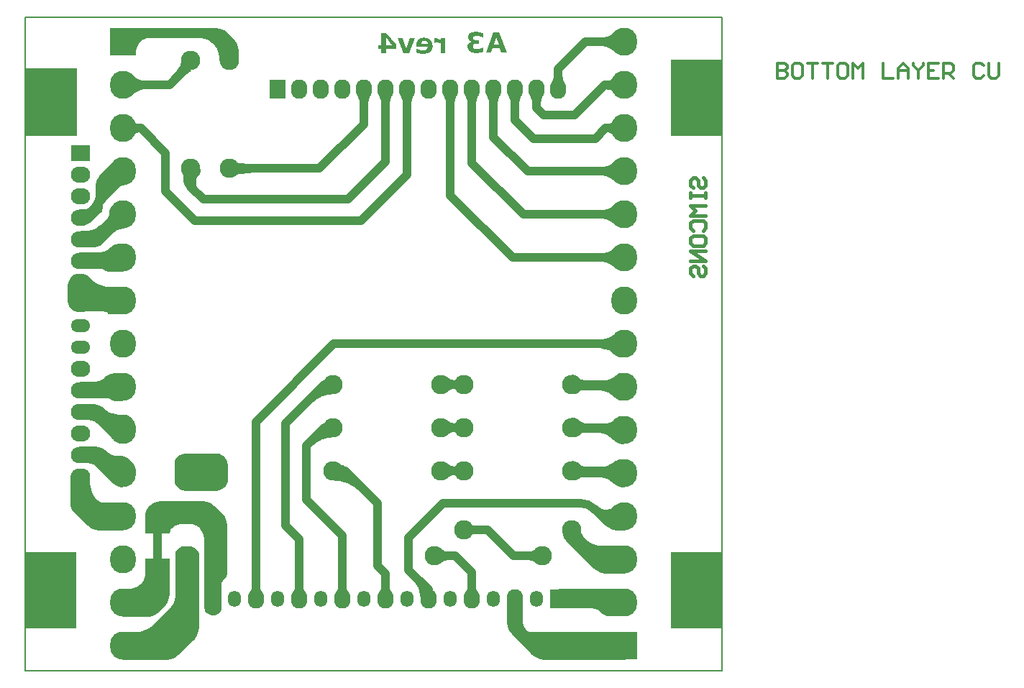
<source format=gbl>
G04 Layer_Physical_Order=2*
G04 Layer_Color=16711680*
%FSLAX25Y25*%
%MOIN*%
G70*
G01*
G75*
%ADD10C,0.04000*%
%ADD11C,0.00800*%
%ADD12C,0.01200*%
%ADD13R,0.23622X0.35433*%
%ADD16C,0.10000*%
%ADD17C,0.06000*%
%ADD18R,0.07500X0.09000*%
%ADD19O,0.07500X0.09000*%
%ADD20R,0.09000X0.07500*%
%ADD21O,0.09000X0.07500*%
%ADD22O,0.09000X0.06000*%
%ADD23O,0.12000X0.13000*%
%ADD24R,0.12000X0.13000*%
%ADD27C,0.15748*%
%ADD28O,0.06000X0.07500*%
%ADD29C,0.09000*%
%ADD30C,0.03000*%
%ADD31C,0.03600*%
%ADD32C,0.01600*%
%ADD33R,0.24032X0.31528*%
%ADD34R,0.23622X0.35433*%
%ADD35R,0.23622X0.35433*%
G36*
X34370Y103546D02*
X36048Y102851D01*
X37558Y101842D01*
X38200Y101200D01*
X38597Y100840D01*
X39488Y100245D01*
X40477Y99835D01*
X41527Y99626D01*
X42063Y99600D01*
X44666D01*
X45972Y99340D01*
X47202Y98831D01*
X48309Y98091D01*
X48780Y97620D01*
X49079Y97321D01*
X49079Y97321D01*
X49583Y96817D01*
X50376Y95631D01*
X50922Y94313D01*
X51200Y92913D01*
Y92200D01*
X46148Y87148D01*
X46148D01*
X45958Y86938D01*
X45642Y86466D01*
X45425Y85941D01*
X45314Y85384D01*
X45300Y85100D01*
X44610D01*
X43258Y85369D01*
X41984Y85897D01*
X40837Y86663D01*
X40349Y87151D01*
X33000Y94500D01*
X33000Y94500D01*
X32528Y94928D01*
X31471Y95634D01*
X30296Y96121D01*
X29049Y96369D01*
X28413Y96400D01*
X25400D01*
X25000Y103900D01*
X32590D01*
X34370Y103546D01*
D02*
G37*
G36*
X278031Y85341D02*
X278033Y85308D01*
X278046Y85242D01*
X278072Y85180D01*
X278109Y85125D01*
X278132Y85100D01*
X278132D01*
X278132Y85100D01*
X278132Y85100D01*
X276695D01*
X275310Y85375D01*
X274005Y85916D01*
X272831Y86701D01*
X272332Y87200D01*
X271686Y87785D01*
X270239Y88752D01*
X268631Y89418D01*
X266925Y89757D01*
X266055Y89800D01*
X257797D01*
X257663Y89793D01*
X257401Y89741D01*
X257153Y89639D01*
X256931Y89490D01*
X256832Y89400D01*
X256570Y89138D01*
X255955Y88727D01*
X255271Y88444D01*
X254546Y88300D01*
X252931D01*
X253331Y97200D01*
X254115D01*
X255104Y97003D01*
X256036Y96617D01*
X256875Y96057D01*
X257231Y95700D01*
X257455Y95498D01*
X257956Y95163D01*
X258512Y94932D01*
X259103Y94815D01*
X259404Y94800D01*
X268044D01*
X268680Y94831D01*
X269928Y95079D01*
X271102Y95566D01*
X272160Y96272D01*
X272632Y96700D01*
X272941Y97009D01*
X273668Y97495D01*
X274475Y97829D01*
X275333Y98000D01*
X278031D01*
Y85341D01*
D02*
G37*
G36*
X90004Y100503D02*
X90936Y100117D01*
X91775Y99557D01*
X92132Y99200D01*
X92536Y98796D01*
X93171Y97845D01*
X93608Y96789D01*
X93831Y95667D01*
Y95096D01*
Y88056D01*
Y87686D01*
X93687Y86960D01*
X93404Y86277D01*
X92993Y85662D01*
X92731Y85400D01*
X92256Y84924D01*
X91137Y84177D01*
X89895Y83662D01*
X88576Y83400D01*
X74156D01*
X73101Y83610D01*
X72107Y84022D01*
X71212Y84620D01*
X70832Y85000D01*
X70427Y85404D01*
X69792Y86355D01*
X69354Y87411D01*
X69131Y88533D01*
Y89104D01*
Y96486D01*
Y96822D01*
X69263Y97482D01*
X69520Y98103D01*
X69894Y98662D01*
X70131Y98900D01*
X70560Y99328D01*
X71566Y100001D01*
X72685Y100464D01*
X73872Y100700D01*
X89015D01*
X90004Y100503D01*
D02*
G37*
G36*
X30100Y90200D02*
Y86742D01*
X30148Y85762D01*
X30531Y83839D01*
X31281Y82028D01*
X32370Y80398D01*
X33029Y79671D01*
X33600Y79100D01*
X33600Y79100D01*
X33873Y78852D01*
X34485Y78443D01*
X35165Y78162D01*
X35888Y78018D01*
X36256Y78000D01*
X45500D01*
Y65000D01*
X34357D01*
X32425Y65384D01*
X30605Y66138D01*
X28967Y67233D01*
X28271Y67929D01*
X22700Y73500D01*
X22700Y73500D01*
X22320Y73880D01*
X21722Y74775D01*
X21310Y75769D01*
X21100Y76825D01*
Y77363D01*
Y90500D01*
X30100Y90200D01*
D02*
G37*
G36*
X278132Y65100D02*
X274289D01*
X272357Y65484D01*
X270537Y66238D01*
X268899Y67333D01*
X268203Y68029D01*
X262931Y73300D01*
X262599Y73633D01*
X262075Y74416D01*
X261715Y75286D01*
X261531Y76209D01*
Y76680D01*
Y77500D01*
X262722D01*
X263646Y77316D01*
X264516Y76956D01*
X265299Y76433D01*
X265632Y76100D01*
X265688Y76043D01*
X265688D01*
X266021Y75741D01*
X266769Y75242D01*
X267600Y74897D01*
X268482Y74722D01*
X268932Y74700D01*
X269476D01*
X269844Y74718D01*
X270566Y74862D01*
X271246Y75143D01*
X271858Y75552D01*
X272131Y75800D01*
X272655Y76323D01*
X273885Y77145D01*
X275252Y77711D01*
X276703Y78000D01*
X277631D01*
X278132Y65100D01*
D02*
G37*
G36*
X33454Y123472D02*
X35008Y122828D01*
X36406Y121894D01*
X37000Y121300D01*
X37000Y121300D01*
X37621Y120738D01*
X39012Y119808D01*
X40558Y119167D01*
X42199Y118841D01*
X43036Y118800D01*
X45747D01*
X46820Y118587D01*
X47830Y118168D01*
X48740Y117560D01*
X49126Y117174D01*
X49500Y116800D01*
X49928Y116372D01*
X50601Y115365D01*
X51064Y114247D01*
X51300Y113060D01*
Y112454D01*
Y111800D01*
Y111491D01*
X51179Y110884D01*
X50943Y110313D01*
X50599Y109799D01*
X50381Y109581D01*
X46300Y105500D01*
X45420D01*
X43694Y105843D01*
X42069Y106517D01*
X40606Y107494D01*
X39984Y108116D01*
X33900Y114200D01*
X33900Y114200D01*
X33354Y114695D01*
X32129Y115513D01*
X30769Y116077D01*
X29325Y116364D01*
X28589Y116400D01*
X25900D01*
X25600Y123800D01*
X31805D01*
X33454Y123472D01*
D02*
G37*
G36*
X278132Y145200D02*
X276380D01*
X275126Y145449D01*
X273946Y145938D01*
X272883Y146648D01*
X272431Y147100D01*
X271836Y147640D01*
X270500Y148532D01*
X269016Y149147D01*
X267441Y149460D01*
X266637Y149500D01*
X265131D01*
Y153600D01*
X266472D01*
X267409Y153646D01*
X269247Y154012D01*
X270978Y154729D01*
X272536Y155770D01*
X273232Y156400D01*
X273612Y156780D01*
X274507Y157378D01*
X275501Y157790D01*
X276556Y158000D01*
X277631D01*
X278132Y145200D01*
D02*
G37*
G36*
X27872Y183703D02*
X28804Y183317D01*
X29643Y182757D01*
X30000Y182400D01*
X31371Y181029D01*
X32098Y180370D01*
X33728Y179281D01*
X35539Y178531D01*
X37462Y178148D01*
X38442Y178100D01*
X45600D01*
Y165441D01*
Y165408D01*
X45587Y165342D01*
X45561Y165280D01*
X45524Y165224D01*
X45500Y165200D01*
Y165200D01*
X39547D01*
X39151Y165279D01*
X38778Y165433D01*
X38443Y165657D01*
X38300Y165800D01*
X38126Y165957D01*
X37737Y166218D01*
X37304Y166397D01*
X36844Y166489D01*
X36610Y166500D01*
X23678D01*
X23018Y166631D01*
X22397Y166889D01*
X21838Y167262D01*
X21600Y167500D01*
X21600Y167500D01*
X21148Y167952D01*
X20438Y169014D01*
X19949Y170195D01*
X19700Y171448D01*
Y172087D01*
Y177930D01*
Y178636D01*
X19975Y180022D01*
X20516Y181326D01*
X21301Y182501D01*
X21800Y183000D01*
X22014Y183214D01*
X22517Y183550D01*
X23076Y183782D01*
X23670Y183900D01*
X26883D01*
X27872Y183703D01*
D02*
G37*
G36*
X277855Y137976D02*
X277893Y137920D01*
X277918Y137858D01*
X277931Y137792D01*
Y137759D01*
Y125200D01*
X276472D01*
X275285Y125436D01*
X274166Y125899D01*
X273160Y126572D01*
X272731Y127000D01*
X272731Y127000D01*
X272460Y127272D01*
X271758Y127908D01*
X270184Y128960D01*
X268435Y129684D01*
X266578Y130053D01*
X265632Y130100D01*
X258280D01*
X258079Y130090D01*
X257685Y130012D01*
X257314Y129858D01*
X256980Y129635D01*
X256832Y129500D01*
X256546Y129215D01*
X255875Y128766D01*
X255130Y128457D01*
X254338Y128300D01*
X253432D01*
X253132Y137200D01*
X253815D01*
X254804Y137003D01*
X255736Y136617D01*
X256575Y136057D01*
X256931Y135700D01*
X257180Y135475D01*
X257736Y135103D01*
X258355Y134847D01*
X259011Y134716D01*
X259346Y134700D01*
X268662D01*
X269364Y134734D01*
X270743Y135009D01*
X272042Y135547D01*
X273210Y136328D01*
X273731Y136800D01*
X274017Y137085D01*
X274688Y137534D01*
X275433Y137843D01*
X276225Y138000D01*
X277832D01*
X277855Y137976D01*
D02*
G37*
G36*
X277731Y105100D02*
X276923D01*
X275337Y105415D01*
X273843Y106034D01*
X272499Y106932D01*
X271927Y107504D01*
X271532Y107900D01*
X270911Y108463D01*
X269520Y109392D01*
X267974Y110032D01*
X266333Y110359D01*
X265496Y110400D01*
X259670D01*
X259235Y110379D01*
X258382Y110209D01*
X257578Y109876D01*
X256854Y109392D01*
X256532Y109100D01*
X256341Y108910D01*
X255894Y108611D01*
X255397Y108405D01*
X254869Y108300D01*
X253132D01*
X253132Y108300D01*
X253108Y108324D01*
X253070Y108380D01*
X253045Y108442D01*
X253031Y108508D01*
Y108541D01*
Y117200D01*
X254646D01*
X255371Y117056D01*
X256055Y116773D01*
X256670Y116362D01*
X256931Y116100D01*
X257254Y115807D01*
X257978Y115324D01*
X258782Y114991D01*
X259635Y114821D01*
X260070Y114800D01*
X269393D01*
X269828Y114821D01*
X270681Y114991D01*
X271485Y115324D01*
X272209Y115807D01*
X272532Y116100D01*
X273007Y116576D01*
X274126Y117323D01*
X275368Y117838D01*
X276687Y118100D01*
X277731D01*
Y105100D01*
D02*
G37*
G36*
X45300Y125100D02*
X41255D01*
X40793Y125192D01*
X40358Y125372D01*
X39966Y125634D01*
X39800Y125800D01*
X39800Y125800D01*
X39651Y125935D01*
X39317Y126158D01*
X38946Y126312D01*
X38552Y126390D01*
X38352Y126400D01*
X25500D01*
X25300Y133900D01*
X32013D01*
X32649Y133931D01*
X33896Y134179D01*
X35071Y134666D01*
X36128Y135372D01*
X36600Y135800D01*
X37123Y136323D01*
X38353Y137145D01*
X39720Y137711D01*
X41172Y138000D01*
X45300D01*
Y125100D01*
D02*
G37*
G36*
X257557Y65079D02*
X257760Y64058D01*
X258159Y63096D01*
X258737Y62231D01*
X259087Y61844D01*
X260231Y60700D01*
X260927Y60070D01*
X262485Y59029D01*
X264216Y58312D01*
X266054Y57946D01*
X266991Y57900D01*
X277432D01*
X277622Y57710D01*
X277921Y57262D01*
X278127Y56765D01*
X278232Y56238D01*
Y55969D01*
Y45100D01*
X268989D01*
X267057Y45484D01*
X265237Y46238D01*
X263599Y47333D01*
X262903Y48029D01*
X251094Y59837D01*
X250556Y60375D01*
X249711Y61641D01*
X249128Y63047D01*
X248832Y64539D01*
Y65300D01*
X257531Y65600D01*
X257557Y65079D01*
D02*
G37*
G36*
X177891Y286236D02*
X175309D01*
X172557Y293337D01*
X174909D01*
X176538Y288419D01*
X178198Y293337D01*
X180596D01*
X177891Y286236D01*
D02*
G37*
G36*
X223236Y286636D02*
X220792D01*
X220116Y288558D01*
X216689D01*
X216028Y286636D01*
X213492D01*
X216981Y296043D01*
X219763D01*
X223236Y286636D01*
D02*
G37*
G36*
X185130Y293537D02*
X185453Y293506D01*
X185760Y293460D01*
X186037Y293399D01*
X186313Y293306D01*
X186544Y293230D01*
X186775Y293137D01*
X186974Y293045D01*
X187143Y292937D01*
X187297Y292845D01*
X187435Y292769D01*
X187543Y292692D01*
X187635Y292615D01*
X187697Y292569D01*
X187727Y292538D01*
X187743Y292523D01*
X187927Y292323D01*
X188096Y292108D01*
X188235Y291877D01*
X188358Y291647D01*
X188465Y291416D01*
X188558Y291185D01*
X188634Y290970D01*
X188680Y290740D01*
X188726Y290540D01*
X188757Y290355D01*
X188788Y290186D01*
X188803Y290033D01*
X188819Y289910D01*
Y289817D01*
Y289756D01*
Y289741D01*
X188803Y289418D01*
X188773Y289110D01*
X188711Y288834D01*
X188650Y288557D01*
X188558Y288311D01*
X188465Y288096D01*
X188358Y287881D01*
X188250Y287712D01*
X188158Y287543D01*
X188050Y287404D01*
X187958Y287281D01*
X187866Y287189D01*
X187804Y287112D01*
X187743Y287051D01*
X187712Y287020D01*
X187697Y287005D01*
X187466Y286836D01*
X187236Y286697D01*
X186974Y286559D01*
X186698Y286451D01*
X186436Y286359D01*
X186160Y286282D01*
X185637Y286175D01*
X185391Y286129D01*
X185161Y286098D01*
X184945Y286083D01*
X184776Y286067D01*
X184623Y286052D01*
X184116D01*
X183839Y286067D01*
X183578Y286098D01*
X183362Y286129D01*
X183178Y286144D01*
X183040Y286175D01*
X182947Y286190D01*
X182917D01*
X182655Y286252D01*
X182410Y286313D01*
X182164Y286390D01*
X181933Y286467D01*
X181733Y286528D01*
X181595Y286590D01*
X181533Y286605D01*
X181487Y286620D01*
X181472Y286636D01*
X181456D01*
Y288465D01*
X181718D01*
X181871Y288357D01*
X182056Y288250D01*
X182240Y288158D01*
X182410Y288065D01*
X182563Y287988D01*
X182686Y287942D01*
X182763Y287912D01*
X182778Y287896D01*
X182794D01*
X183055Y287804D01*
X183301Y287742D01*
X183531Y287696D01*
X183747Y287666D01*
X183931Y287650D01*
X184069Y287635D01*
X184192D01*
X184592Y287650D01*
X184945Y287696D01*
X185238Y287773D01*
X185484Y287850D01*
X185668Y287927D01*
X185806Y288004D01*
X185883Y288050D01*
X185914Y288065D01*
X186114Y288250D01*
X186252Y288450D01*
X186375Y288665D01*
X186452Y288880D01*
X186498Y289064D01*
X186529Y289218D01*
Y289280D01*
X186544Y289326D01*
Y289341D01*
Y289356D01*
X181318D01*
Y290140D01*
X181334Y290448D01*
X181349Y290724D01*
X181395Y290986D01*
X181456Y291231D01*
X181518Y291447D01*
X181595Y291662D01*
X181672Y291846D01*
X181749Y292015D01*
X181841Y292169D01*
X181918Y292292D01*
X181994Y292415D01*
X182056Y292492D01*
X182117Y292569D01*
X182164Y292615D01*
X182179Y292646D01*
X182194Y292661D01*
X182363Y292815D01*
X182563Y292953D01*
X182763Y293076D01*
X182963Y293183D01*
X183178Y293260D01*
X183393Y293337D01*
X183824Y293445D01*
X184023Y293476D01*
X184208Y293506D01*
X184362Y293522D01*
X184515Y293537D01*
X184623Y293552D01*
X184792D01*
X185130Y293537D01*
D02*
G37*
G36*
X171835Y290202D02*
Y288403D01*
X167285D01*
Y286206D01*
X164964D01*
Y288403D01*
X163689D01*
Y290140D01*
X164964D01*
Y295643D01*
X167439D01*
X171835Y290202D01*
D02*
G37*
G36*
X190310Y293337D02*
X190494Y293322D01*
X190663Y293291D01*
X190817Y293245D01*
X190955Y293199D01*
X191063Y293168D01*
X191124Y293153D01*
X191155Y293137D01*
X191370Y293045D01*
X191585Y292922D01*
X191816Y292784D01*
X192016Y292646D01*
X192200Y292507D01*
X192339Y292400D01*
X192431Y292323D01*
X192446Y292307D01*
X192462Y292292D01*
Y293337D01*
X194736D01*
Y286236D01*
X192462D01*
Y290970D01*
X192154Y291062D01*
X192016Y291108D01*
X191893Y291139D01*
X191800Y291155D01*
X191724Y291170D01*
X191678Y291185D01*
X191662D01*
X191370Y291231D01*
X191232Y291247D01*
X191094D01*
X190971Y291262D01*
X190632D01*
X190448Y291247D01*
X190371D01*
X190310Y291231D01*
X190264D01*
X190156Y291216D01*
X190048Y291201D01*
X189971D01*
X189910Y291185D01*
X189833Y291170D01*
X189802Y291155D01*
X189587D01*
Y293322D01*
X189680Y293337D01*
X189864D01*
X189971Y293353D01*
X190141D01*
X190310Y293337D01*
D02*
G37*
G36*
X209296Y296227D02*
X209634Y296212D01*
X209941Y296181D01*
X210203Y296150D01*
X210433Y296104D01*
X210541Y296089D01*
X210617Y296073D01*
X210679Y296058D01*
X210725D01*
X210756Y296043D01*
X210771D01*
X211094Y295966D01*
X211371Y295889D01*
X211601Y295828D01*
X211801Y295766D01*
X211955Y295720D01*
X212078Y295674D01*
X212139Y295658D01*
X212170Y295643D01*
Y293614D01*
X211939D01*
X211693Y293753D01*
X211463Y293860D01*
X211232Y293952D01*
X211032Y294045D01*
X210848Y294106D01*
X210725Y294152D01*
X210633Y294167D01*
X210602Y294183D01*
X210341Y294260D01*
X210095Y294306D01*
X209880Y294352D01*
X209680Y294367D01*
X209526Y294383D01*
X209403Y294398D01*
X209111D01*
X208927Y294383D01*
X208850Y294367D01*
X208788D01*
X208742Y294352D01*
X208727D01*
X208496Y294321D01*
X208389Y294290D01*
X208312Y294260D01*
X208235Y294244D01*
X208189Y294214D01*
X208158Y294198D01*
X208143D01*
X207989Y294121D01*
X207866Y294029D01*
X207805Y293952D01*
X207774Y293937D01*
Y293922D01*
X207682Y293783D01*
X207636Y293630D01*
X207620Y293568D01*
Y293522D01*
Y293491D01*
Y293476D01*
Y293337D01*
X207651Y293230D01*
X207666Y293122D01*
X207697Y293045D01*
X207728Y292969D01*
X207743Y292923D01*
X207774Y292907D01*
Y292892D01*
X207897Y292754D01*
X208035Y292661D01*
X208097Y292615D01*
X208143Y292584D01*
X208174Y292569D01*
X208189D01*
X208404Y292508D01*
X208604Y292461D01*
X208696Y292446D01*
X208773Y292431D01*
X208835D01*
X209127Y292415D01*
X209280D01*
X209419Y292400D01*
X210249D01*
Y290725D01*
X209188D01*
X209081Y290709D01*
X208927D01*
X208773Y290694D01*
X208619D01*
X208496Y290663D01*
X208389Y290648D01*
X208297Y290632D01*
X208235Y290617D01*
X208189Y290602D01*
X208174D01*
X207958Y290510D01*
X207805Y290387D01*
X207743Y290340D01*
X207697Y290294D01*
X207682Y290279D01*
X207666Y290264D01*
X207605Y290171D01*
X207543Y290079D01*
X207497Y289864D01*
X207482Y289772D01*
X207467Y289695D01*
Y289649D01*
Y289633D01*
Y289480D01*
X207497Y289357D01*
X207513Y289234D01*
X207543Y289142D01*
X207574Y289065D01*
X207590Y289019D01*
X207620Y288988D01*
Y288972D01*
X207743Y288819D01*
X207851Y288711D01*
X207943Y288634D01*
X207974Y288604D01*
X207989D01*
X208220Y288465D01*
X208466Y288388D01*
X208558Y288358D01*
X208635Y288342D01*
X208696Y288327D01*
X208712D01*
X209019Y288296D01*
X209157D01*
X209265Y288281D01*
X209511D01*
X209757Y288296D01*
X209987Y288312D01*
X210233Y288358D01*
X210448Y288404D01*
X210633Y288435D01*
X210787Y288481D01*
X210879Y288496D01*
X210894Y288511D01*
X210910D01*
X211186Y288604D01*
X211432Y288711D01*
X211647Y288803D01*
X211832Y288896D01*
X211985Y288972D01*
X212108Y289034D01*
X212170Y289080D01*
X212201Y289095D01*
X212446D01*
Y287020D01*
X212231Y286944D01*
X212016Y286867D01*
X211786Y286790D01*
X211570Y286728D01*
X211386Y286682D01*
X211232Y286652D01*
X211171Y286636D01*
X211125D01*
X211109Y286621D01*
X211094D01*
X210771Y286559D01*
X210418Y286513D01*
X210080Y286483D01*
X209772Y286467D01*
X209495Y286452D01*
X209372Y286436D01*
X209081D01*
X208712Y286452D01*
X208373Y286467D01*
X208081Y286498D01*
X207836Y286544D01*
X207620Y286575D01*
X207467Y286606D01*
X207420Y286621D01*
X207374D01*
X207359Y286636D01*
X207344D01*
X207082Y286728D01*
X206836Y286821D01*
X206637Y286928D01*
X206452Y287020D01*
X206298Y287113D01*
X206191Y287190D01*
X206129Y287236D01*
X206099Y287251D01*
X205914Y287420D01*
X205745Y287574D01*
X205607Y287743D01*
X205499Y287897D01*
X205407Y288035D01*
X205346Y288142D01*
X205315Y288204D01*
X205299Y288235D01*
X205207Y288450D01*
X205146Y288680D01*
X205084Y288880D01*
X205053Y289080D01*
X205038Y289234D01*
X205023Y289372D01*
Y289449D01*
Y289480D01*
Y289695D01*
X205053Y289879D01*
X205084Y290033D01*
X205115Y290171D01*
X205146Y290279D01*
X205176Y290356D01*
X205192Y290402D01*
X205207Y290417D01*
X205361Y290663D01*
X205438Y290771D01*
X205515Y290863D01*
X205592Y290940D01*
X205653Y291001D01*
X205684Y291032D01*
X205699Y291047D01*
X205930Y291216D01*
X206145Y291324D01*
X206237Y291370D01*
X206314Y291401D01*
X206360Y291416D01*
X206375D01*
X206637Y291509D01*
X206744Y291539D01*
X206852Y291555D01*
X206929Y291585D01*
X206990D01*
X207036Y291601D01*
X207052D01*
Y291693D01*
X206760Y291770D01*
X206514Y291893D01*
X206298Y292016D01*
X206099Y292154D01*
X205960Y292277D01*
X205853Y292385D01*
X205776Y292446D01*
X205761Y292477D01*
X205592Y292707D01*
X205469Y292953D01*
X205392Y293184D01*
X205330Y293414D01*
X205299Y293599D01*
X205269Y293737D01*
Y293799D01*
Y293845D01*
Y293860D01*
Y293876D01*
X205284Y294091D01*
X205315Y294290D01*
X205346Y294460D01*
X205392Y294613D01*
X205453Y294736D01*
X205484Y294828D01*
X205515Y294890D01*
X205530Y294905D01*
X205638Y295074D01*
X205761Y295213D01*
X205884Y295351D01*
X206006Y295459D01*
X206114Y295551D01*
X206206Y295612D01*
X206268Y295658D01*
X206298Y295674D01*
X206468Y295766D01*
X206652Y295843D01*
X206836Y295904D01*
X207006Y295966D01*
X207175Y296012D01*
X207297Y296043D01*
X207374Y296073D01*
X207405D01*
X207666Y296135D01*
X207928Y296166D01*
X208189Y296196D01*
X208435Y296227D01*
X208635D01*
X208804Y296242D01*
X208958D01*
X209296Y296227D01*
D02*
G37*
G36*
X84306Y78316D02*
X86126Y77562D01*
X87764Y76468D01*
X88460Y75771D01*
X90703Y73529D01*
X90703Y73529D01*
X91399Y72833D01*
X92493Y71195D01*
X93247Y69375D01*
X93632Y67443D01*
Y66458D01*
Y45697D01*
Y45294D01*
X93474Y44502D01*
X93165Y43756D01*
X92717Y43085D01*
X92431Y42800D01*
X92071Y42403D01*
X91477Y41512D01*
X91067Y40523D01*
X90858Y39473D01*
X90832Y38937D01*
Y28690D01*
Y28455D01*
X90740Y27993D01*
X90560Y27558D01*
X90298Y27166D01*
X90131Y27000D01*
X89992Y26861D01*
X89992D01*
X89740Y26608D01*
X89147Y26212D01*
X88488Y25939D01*
X87788Y25800D01*
X86209D01*
X85550Y25931D01*
X84929Y26189D01*
X84369Y26562D01*
X84131Y26800D01*
X83870Y27062D01*
X83459Y27677D01*
X83176Y28360D01*
X83031Y29086D01*
Y29456D01*
Y60424D01*
X82990Y61270D01*
X82660Y62930D01*
X82012Y64494D01*
X81072Y65901D01*
X80503Y66529D01*
X80431Y66600D01*
X80431Y66600D01*
X80084Y66915D01*
X79305Y67436D01*
X78439Y67794D01*
X77520Y67977D01*
X77052Y68000D01*
X72477D01*
X71875Y67970D01*
X70693Y67735D01*
X69580Y67274D01*
X68578Y66605D01*
X68132Y66200D01*
X68006Y66074D01*
Y66074D01*
X67774Y65843D01*
X67410Y65298D01*
X67159Y64692D01*
X67032Y64050D01*
Y63722D01*
X55632Y63710D01*
Y72096D01*
Y72667D01*
X55854Y73789D01*
X56292Y74845D01*
X56927Y75796D01*
X57332Y76200D01*
X57926Y76794D01*
X59324Y77728D01*
X60877Y78372D01*
X62526Y78700D01*
X82374D01*
X84306Y78316D01*
D02*
G37*
G36*
X77671Y57356D02*
X78355Y57073D01*
X78970Y56661D01*
X79232Y56400D01*
X79588Y56043D01*
X80149Y55204D01*
X80535Y54273D01*
X80731Y53283D01*
Y52779D01*
Y21142D01*
Y20157D01*
X80347Y18225D01*
X79593Y16405D01*
X78499Y14767D01*
X77803Y14071D01*
X71660Y7929D01*
X71660D01*
X70964Y7232D01*
X69326Y6138D01*
X67506Y5384D01*
X65574Y5000D01*
X44831D01*
X41831Y15600D01*
X42044Y15610D01*
X42462Y15694D01*
X42856Y15857D01*
X43210Y16093D01*
X43368Y16236D01*
X45232Y18100D01*
X51989D01*
X52969Y18148D01*
X54892Y18531D01*
X56703Y19281D01*
X58333Y20370D01*
X59060Y21029D01*
X67132Y29100D01*
Y29100D01*
X67694Y29721D01*
X68624Y31112D01*
X69264Y32658D01*
X69590Y34299D01*
X69631Y35135D01*
Y53703D01*
Y54106D01*
X69789Y54898D01*
X70098Y55644D01*
X70546Y56315D01*
X70832Y56600D01*
X71046Y56814D01*
X71549Y57150D01*
X72108Y57382D01*
X72702Y57500D01*
X76946D01*
X77671Y57356D01*
D02*
G37*
G36*
X279104Y37703D02*
X280036Y37317D01*
X280875Y36757D01*
X281231Y36400D01*
X280460Y35629D01*
X279801Y34902D01*
X278712Y33272D01*
X277962Y31461D01*
X277580Y29538D01*
X277532Y28558D01*
Y25200D01*
X270787D01*
X269468Y25462D01*
X268226Y25977D01*
X267107Y26724D01*
X266632Y27200D01*
X266185Y27605D01*
X265183Y28274D01*
X264070Y28735D01*
X262888Y28970D01*
X262286Y29000D01*
X247932D01*
X247431Y37900D01*
X278115D01*
X279104Y37703D01*
D02*
G37*
G36*
X230732Y33400D02*
Y22904D01*
X230759Y22335D01*
X230981Y21219D01*
X231417Y20168D01*
X232049Y19222D01*
X232432Y18800D01*
X232630Y18620D01*
X233075Y18323D01*
X233570Y18118D01*
X234095Y18013D01*
X234363Y18000D01*
X277132D01*
X277393Y17738D01*
X277804Y17123D01*
X278087Y16440D01*
X278232Y15714D01*
Y15344D01*
Y5100D01*
X240489D01*
X238557Y5484D01*
X236737Y6238D01*
X235099Y7333D01*
X234403Y8029D01*
X226160Y16271D01*
X225464Y16967D01*
X224370Y18605D01*
X223616Y20425D01*
X223232Y22357D01*
Y23342D01*
Y33600D01*
X230732Y33400D01*
D02*
G37*
G36*
X67032Y36442D02*
Y35457D01*
X66647Y33525D01*
X65893Y31705D01*
X64799Y30068D01*
X64103Y29371D01*
X64103D01*
X61731Y27000D01*
X61280Y26548D01*
X60217Y25838D01*
X59037Y25349D01*
X57783Y25100D01*
X44831D01*
X45232Y38100D01*
X48179D01*
X48948Y38138D01*
X50458Y38438D01*
X51881Y39027D01*
X53161Y39882D01*
X53732Y40400D01*
X54159Y40872D01*
X54865Y41929D01*
X55352Y43104D01*
X55600Y44351D01*
X55632Y44987D01*
Y51900D01*
X67032D01*
Y36442D01*
D02*
G37*
G36*
X45600Y185100D02*
X38162D01*
X37635Y185205D01*
X37138Y185411D01*
X36690Y185710D01*
X36500Y185900D01*
X36376Y186012D01*
X36098Y186198D01*
X35788Y186327D01*
X35460Y186392D01*
X35293Y186400D01*
X25300D01*
X25100Y193900D01*
X34172D01*
X34841Y193933D01*
X36154Y194194D01*
X37391Y194706D01*
X38504Y195450D01*
X39000Y195900D01*
X39499Y196399D01*
X40674Y197184D01*
X41978Y197724D01*
X43364Y198000D01*
X45600D01*
Y185100D01*
D02*
G37*
G36*
X229918Y266551D02*
X229727Y266207D01*
X229558Y265816D01*
X229412Y265378D01*
X229289Y264893D01*
X229187Y264362D01*
X229109Y263783D01*
X229019Y262485D01*
X229008Y261766D01*
X225008D01*
X224997Y262485D01*
X224907Y263783D01*
X224828Y264362D01*
X224727Y264893D01*
X224604Y265378D01*
X224458Y265816D01*
X224289Y266207D01*
X224098Y266551D01*
X223885Y266848D01*
X230131D01*
X229918Y266551D01*
D02*
G37*
G36*
X239917D02*
X239727Y266207D01*
X239558Y265816D01*
X239412Y265378D01*
X239289Y264893D01*
X239188Y264362D01*
X239109Y263783D01*
X239019Y262485D01*
X239008Y261766D01*
X235008D01*
X234997Y262485D01*
X234907Y263783D01*
X234828Y264362D01*
X234727Y264893D01*
X234604Y265378D01*
X234457Y265816D01*
X234289Y266207D01*
X234098Y266551D01*
X233885Y266848D01*
X240131D01*
X239917Y266551D01*
D02*
G37*
G36*
X219917D02*
X219727Y266207D01*
X219558Y265816D01*
X219412Y265378D01*
X219289Y264893D01*
X219187Y264362D01*
X219109Y263783D01*
X219019Y262485D01*
X219008Y261766D01*
X215008D01*
X214997Y262485D01*
X214907Y263783D01*
X214828Y264362D01*
X214727Y264893D01*
X214603Y265378D01*
X214458Y265816D01*
X214289Y266207D01*
X214098Y266551D01*
X213885Y266848D01*
X220131D01*
X219917Y266551D01*
D02*
G37*
G36*
X199917D02*
X199727Y266207D01*
X199558Y265816D01*
X199412Y265378D01*
X199289Y264893D01*
X199188Y264362D01*
X199109Y263783D01*
X199019Y262485D01*
X199008Y261766D01*
X195008D01*
X194997Y262485D01*
X194907Y263783D01*
X194828Y264362D01*
X194727Y264893D01*
X194604Y265378D01*
X194457Y265816D01*
X194289Y266207D01*
X194098Y266551D01*
X193885Y266848D01*
X200131D01*
X199917Y266551D01*
D02*
G37*
G36*
X209917D02*
X209727Y266207D01*
X209558Y265816D01*
X209412Y265378D01*
X209289Y264893D01*
X209188Y264362D01*
X209109Y263783D01*
X209019Y262485D01*
X209008Y261766D01*
X205008D01*
X204997Y262485D01*
X204907Y263783D01*
X204828Y264362D01*
X204727Y264893D01*
X204604Y265378D01*
X204457Y265816D01*
X204289Y266207D01*
X204098Y266551D01*
X203885Y266848D01*
X210131D01*
X209917Y266551D01*
D02*
G37*
G36*
X49577Y276296D02*
X51697Y274784D01*
X52340Y274415D01*
X52950Y274112D01*
X53529Y273877D01*
X54076Y273709D01*
X54591Y273608D01*
X55074Y273575D01*
Y269575D01*
X54591Y269541D01*
X54076Y269440D01*
X53529Y269272D01*
X52950Y269037D01*
X52340Y268735D01*
X51697Y268365D01*
X51022Y267929D01*
X49577Y266854D01*
X48806Y266215D01*
Y276934D01*
X49577Y276296D01*
D02*
G37*
G36*
X90375Y297616D02*
X92195Y296862D01*
X93832Y295767D01*
X94529Y295071D01*
X94529Y295071D01*
X96300Y293300D01*
X96942Y292658D01*
X97951Y291148D01*
X98646Y289471D01*
X99000Y287690D01*
Y286782D01*
Y282600D01*
X90308D01*
X90242Y282613D01*
X90180Y282639D01*
X90124Y282676D01*
X90100Y282700D01*
X90100Y282700D01*
Y283458D01*
X90052Y284438D01*
X89669Y286361D01*
X88919Y288172D01*
X87830Y289802D01*
X87171Y290529D01*
X87171Y290529D01*
X86483Y291152D01*
X84941Y292183D01*
X83227Y292893D01*
X81409Y293254D01*
X80481Y293300D01*
X56880D01*
X56411Y293277D01*
X55492Y293094D01*
X54627Y292736D01*
X53848Y292215D01*
X53500Y291900D01*
X53005Y291354D01*
X52187Y290129D01*
X51623Y288769D01*
X51336Y287325D01*
X51300Y286589D01*
Y285500D01*
X48000D01*
X45000Y298000D01*
X88443D01*
X90375Y297616D01*
D02*
G37*
G36*
X274028Y286215D02*
X273258Y286854D01*
X271138Y288365D01*
X270495Y288735D01*
X269884Y289037D01*
X269305Y289272D01*
X268759Y289440D01*
X268244Y289541D01*
X267761Y289575D01*
Y293575D01*
X268244Y293608D01*
X268759Y293709D01*
X269305Y293877D01*
X269884Y294112D01*
X270495Y294415D01*
X271138Y294784D01*
X271812Y295221D01*
X273258Y296296D01*
X274028Y296934D01*
Y286215D01*
D02*
G37*
G36*
X249019Y276885D02*
X249109Y275587D01*
X249187Y275008D01*
X249289Y274477D01*
X249412Y273992D01*
X249558Y273554D01*
X249727Y273163D01*
X249918Y272819D01*
X250131Y272522D01*
X243885D01*
X244098Y272819D01*
X244289Y273163D01*
X244458Y273554D01*
X244603Y273992D01*
X244727Y274477D01*
X244828Y275008D01*
X244907Y275587D01*
X244997Y276885D01*
X245008Y277605D01*
X249008D01*
X249019Y276885D01*
D02*
G37*
G36*
X273081Y267116D02*
X273036Y267583D01*
X272901Y268001D01*
X272676Y268370D01*
X272360Y268690D01*
X271955Y268960D01*
X271459Y269181D01*
X270873Y269354D01*
X270197Y269477D01*
X269431Y269550D01*
X268575Y269575D01*
Y273575D01*
X269431Y273599D01*
X270197Y273673D01*
X270873Y273796D01*
X271459Y273968D01*
X271955Y274189D01*
X272360Y274460D01*
X272676Y274780D01*
X272901Y275148D01*
X273036Y275566D01*
X273081Y276034D01*
Y267116D01*
D02*
G37*
G36*
X77113Y278387D02*
X76915Y278307D01*
X76590Y278087D01*
X76137Y277728D01*
X74849Y276590D01*
X69404Y271300D01*
X66584Y274137D01*
X67699Y275279D01*
X70316Y278305D01*
X70946Y279181D01*
X71456Y279990D01*
X71844Y280733D01*
X72111Y281410D01*
X72257Y282019D01*
X72282Y282563D01*
X77113Y278387D01*
D02*
G37*
G36*
X179918Y266551D02*
X179727Y266207D01*
X179558Y265816D01*
X179412Y265378D01*
X179289Y264893D01*
X179188Y264362D01*
X179109Y263783D01*
X179019Y262485D01*
X179008Y261766D01*
X175008D01*
X174997Y262485D01*
X174907Y263783D01*
X174828Y264362D01*
X174727Y264893D01*
X174603Y265378D01*
X174458Y265816D01*
X174289Y266207D01*
X174098Y266551D01*
X173885Y266848D01*
X180131D01*
X179918Y266551D01*
D02*
G37*
G36*
X274028Y226215D02*
X273258Y226854D01*
X271138Y228365D01*
X270495Y228735D01*
X269884Y229037D01*
X269305Y229273D01*
X268759Y229440D01*
X268244Y229541D01*
X267761Y229575D01*
Y233575D01*
X268244Y233608D01*
X268759Y233709D01*
X269305Y233877D01*
X269884Y234112D01*
X270495Y234415D01*
X271138Y234784D01*
X271812Y235221D01*
X273258Y236296D01*
X274028Y236934D01*
Y226215D01*
D02*
G37*
G36*
Y186215D02*
X273258Y186854D01*
X271138Y188365D01*
X270495Y188735D01*
X269884Y189037D01*
X269305Y189272D01*
X268759Y189440D01*
X268244Y189541D01*
X267761Y189575D01*
Y193575D01*
X268244Y193608D01*
X268759Y193709D01*
X269305Y193877D01*
X269884Y194112D01*
X270495Y194415D01*
X271138Y194784D01*
X271812Y195221D01*
X273258Y196296D01*
X274028Y196934D01*
Y186215D01*
D02*
G37*
G36*
X45200Y207273D02*
X45215Y206972D01*
X45332Y206381D01*
X45563Y205824D01*
X45897Y205323D01*
X46100Y205100D01*
X45343Y205063D01*
X43857Y204767D01*
X42458Y204188D01*
X41199Y203346D01*
X40637Y202837D01*
X36000Y198200D01*
Y198200D01*
X35572Y197772D01*
X34565Y197099D01*
X33447Y196636D01*
X32260Y196400D01*
X25500D01*
Y203900D01*
X27958D01*
X28938Y203948D01*
X30861Y204331D01*
X32672Y205081D01*
X34302Y206170D01*
X35029Y206829D01*
X37898Y209698D01*
X37898D01*
X38168Y209996D01*
X38615Y210665D01*
X38923Y211409D01*
X39080Y212198D01*
X39100Y212600D01*
Y212703D01*
Y213106D01*
X39257Y213898D01*
X39566Y214644D01*
X40015Y215315D01*
X40300Y215600D01*
X40932Y216232D01*
X41353Y216653D01*
X42341Y217313D01*
X43439Y217768D01*
X44605Y218000D01*
X45200D01*
Y207273D01*
D02*
G37*
G36*
X73224Y232987D02*
X73502Y232802D01*
X73812Y232674D01*
X74140Y232608D01*
X74307Y232600D01*
X81200D01*
Y231814D01*
Y231478D01*
X81069Y230818D01*
X80811Y230197D01*
X80438Y229638D01*
X80200Y229400D01*
X79997Y229177D01*
X79663Y228676D01*
X79432Y228119D01*
X79315Y227528D01*
X79300Y227227D01*
Y225307D01*
X79308Y225140D01*
X79374Y224812D01*
X79502Y224502D01*
X79688Y224224D01*
X79800Y224100D01*
X79686Y224094D01*
X79463Y224050D01*
X79252Y223963D01*
X79063Y223836D01*
X78979Y223760D01*
X78979D01*
X78200Y222981D01*
X76000Y222500D01*
X74926Y223574D01*
X74540Y223960D01*
X73932Y224870D01*
X73513Y225880D01*
X73300Y226953D01*
Y227500D01*
Y229351D01*
X73290Y229552D01*
X73212Y229946D01*
X73058Y230317D01*
X72835Y230651D01*
X72700Y230800D01*
X72700Y230800D01*
Y232134D01*
Y232269D01*
X72752Y232533D01*
X72855Y232781D01*
X73005Y233005D01*
X73100Y233100D01*
X73224Y232987D01*
D02*
G37*
G36*
X274028Y206215D02*
X273258Y206854D01*
X271138Y208365D01*
X270495Y208735D01*
X269884Y209037D01*
X269305Y209273D01*
X268759Y209440D01*
X268244Y209541D01*
X267761Y209575D01*
Y213575D01*
X268244Y213608D01*
X268759Y213709D01*
X269305Y213877D01*
X269884Y214112D01*
X270495Y214415D01*
X271138Y214784D01*
X271812Y215221D01*
X273258Y216296D01*
X274028Y216934D01*
Y206215D01*
D02*
G37*
G36*
X97980Y235833D02*
X98442Y235632D01*
X99053Y235454D01*
X99813Y235300D01*
X100724Y235170D01*
X102993Y234981D01*
X107519Y234874D01*
Y230874D01*
X105861Y230862D01*
X99813Y230448D01*
X99053Y230294D01*
X98442Y230116D01*
X97980Y229915D01*
X97668Y229690D01*
Y236058D01*
X97980Y235833D01*
D02*
G37*
G36*
X159917Y266551D02*
X159727Y266207D01*
X159558Y265816D01*
X159412Y265378D01*
X159289Y264893D01*
X159187Y264362D01*
X159109Y263783D01*
X159019Y262485D01*
X159008Y261766D01*
X155008D01*
X154997Y262485D01*
X154907Y263783D01*
X154828Y264362D01*
X154727Y264893D01*
X154604Y265378D01*
X154457Y265816D01*
X154289Y266207D01*
X154098Y266551D01*
X153885Y266848D01*
X160131D01*
X159917Y266551D01*
D02*
G37*
G36*
X169918D02*
X169727Y266207D01*
X169558Y265816D01*
X169412Y265378D01*
X169289Y264893D01*
X169187Y264362D01*
X169109Y263783D01*
X169019Y262485D01*
X169008Y261766D01*
X165008D01*
X164997Y262485D01*
X164907Y263783D01*
X164828Y264362D01*
X164727Y264893D01*
X164603Y265378D01*
X164457Y265816D01*
X164289Y266207D01*
X164098Y266551D01*
X163885Y266848D01*
X170131D01*
X169918Y266551D01*
D02*
G37*
G36*
X50546Y254697D02*
X50637Y254462D01*
X50789Y254254D01*
X51000Y254074D01*
X51273Y253921D01*
X51606Y253797D01*
X51999Y253699D01*
X52454Y253630D01*
X52968Y253589D01*
X53543Y253575D01*
Y249575D01*
X52968Y249561D01*
X52454Y249519D01*
X51999Y249450D01*
X51606Y249353D01*
X51273Y249228D01*
X51000Y249076D01*
X50789Y248896D01*
X50637Y248688D01*
X50546Y248452D01*
X50516Y248189D01*
Y254960D01*
X50546Y254697D01*
D02*
G37*
G36*
X45300Y232770D02*
X45335Y232067D01*
X45491Y231281D01*
X46237Y231133D01*
X46900Y231100D01*
Y230910D01*
X46826Y230537D01*
X46680Y230185D01*
X46469Y229869D01*
X46334Y229734D01*
X46101Y229501D01*
X46147Y229390D01*
X46927Y228221D01*
X47400Y227700D01*
X47019Y227319D01*
X47019D01*
X46812Y227091D01*
X46471Y226579D01*
X46235Y226011D01*
X46115Y225408D01*
X46100Y225100D01*
X45721Y225081D01*
X44979Y224934D01*
X44279Y224644D01*
X43650Y224223D01*
X43369Y223969D01*
X37173Y217773D01*
Y217773D01*
X36886Y217457D01*
X36413Y216748D01*
X36087Y215962D01*
X35921Y215126D01*
X35900Y214700D01*
Y214367D01*
X35770Y213714D01*
X35515Y213099D01*
X35145Y212545D01*
X34910Y212310D01*
X31100Y208500D01*
X31100D01*
X30601Y208001D01*
X29426Y207216D01*
X28122Y206676D01*
X26736Y206400D01*
X25500D01*
X25000Y213900D01*
X27186D01*
X27520Y213916D01*
X28177Y214047D01*
X28795Y214303D01*
X29352Y214675D01*
X29600Y214900D01*
X30591Y215891D01*
Y215891D01*
X31020Y216365D01*
X31730Y217427D01*
X32219Y218608D01*
X32469Y219861D01*
X32500Y220500D01*
Y221094D01*
X32732Y222260D01*
Y223990D01*
Y224975D01*
X33116Y226907D01*
X33870Y228727D01*
X34964Y230364D01*
X35661Y231061D01*
Y231061D01*
X39900Y235300D01*
D01*
X40691Y236091D01*
X40691D01*
X41145Y236545D01*
X42212Y237258D01*
X43399Y237750D01*
X44658Y238000D01*
X45300D01*
Y232770D01*
D02*
G37*
G36*
X272517Y247865D02*
X272483Y248189D01*
X272380Y248480D01*
X272208Y248737D01*
X271967Y248959D01*
X271657Y249147D01*
X271278Y249301D01*
X270831Y249421D01*
X270314Y249506D01*
X269729Y249558D01*
X269075Y249575D01*
Y253575D01*
X269729Y253592D01*
X270314Y253643D01*
X270831Y253729D01*
X271278Y253849D01*
X271657Y254002D01*
X271967Y254190D01*
X272208Y254413D01*
X272380Y254669D01*
X272483Y254960D01*
X272517Y255285D01*
Y247865D01*
D02*
G37*
%LPC*%
G36*
X218410Y293583D02*
X217257Y290264D01*
X219547D01*
X218410Y293583D01*
D02*
G37*
G36*
X185115Y292123D02*
X185007D01*
X184761Y292108D01*
X184546Y292061D01*
X184362Y292000D01*
X184208Y291938D01*
X184100Y291877D01*
X184023Y291815D01*
X183977Y291769D01*
X183962Y291754D01*
X183854Y291600D01*
X183762Y291447D01*
X183701Y291262D01*
X183654Y291093D01*
X183624Y290939D01*
X183608Y290816D01*
X183593Y290724D01*
Y290709D01*
Y290693D01*
X186559D01*
X186529Y290955D01*
X186467Y291170D01*
X186390Y291354D01*
X186298Y291508D01*
X186221Y291631D01*
X186144Y291708D01*
X186098Y291754D01*
X186083Y291769D01*
X185914Y291892D01*
X185729Y291969D01*
X185560Y292031D01*
X185376Y292077D01*
X185238Y292108D01*
X185115Y292123D01*
D02*
G37*
G36*
X167285Y293506D02*
Y290140D01*
X170021D01*
X167285Y293506D01*
D02*
G37*
%LPD*%
D10*
X87968Y71481D02*
G03*
X80897Y74410I-7071J-7071D01*
G01*
X88189Y51829D02*
G03*
X88519Y51032I1126J0D01*
G01*
X70678Y74410D02*
G03*
X63607Y71481I0J-10000D01*
G01*
X62205Y70079D02*
G03*
X61417Y68178I1901J-1901D01*
G01*
X58912Y35290D02*
G03*
X61417Y41339I-6049J6049D01*
G01*
X51055Y31575D02*
G03*
X58126Y34504I0J10000D01*
G01*
X27748Y200157D02*
G03*
X34819Y203086I0J10000D01*
G01*
X39886Y190157D02*
G03*
X43307Y191575I0J4839D01*
G01*
X36075Y118807D02*
G03*
X32815Y120158I-3260J-3260D01*
G01*
X37653Y97229D02*
G03*
X30582Y100157I-7071J-7071D01*
G01*
X264124Y74807D02*
G03*
X257053Y77736I-7071J-7071D01*
G01*
X264428Y74504D02*
G03*
X271499Y71575I7071J7071D01*
G01*
X86932Y33467D02*
G03*
X88519Y37303I-3841J3836D01*
G01*
X86929Y33465D02*
G03*
X86932Y33467I-3838J3838D01*
G01*
X106929Y38439D02*
G03*
X108167Y35452I4225J0D01*
G01*
X105692D02*
G03*
X106929Y38439I-2987J2987D01*
G01*
X126929D02*
G03*
X128167Y35452I4225J0D01*
G01*
X125692D02*
G03*
X126929Y38439I-2987J2987D01*
G01*
X146929D02*
G03*
X148167Y35452I4225J0D01*
G01*
X145692D02*
G03*
X146929Y38439I-2987J2987D01*
G01*
X166929D02*
G03*
X168167Y35452I4225J0D01*
G01*
X165692D02*
G03*
X166929Y38439I-2987J2987D01*
G01*
X185179Y34215D02*
G03*
X181588Y42884I-12261J0D01*
G01*
X206929Y38439D02*
G03*
X208167Y35452I4225J0D01*
G01*
X205692D02*
G03*
X206929Y38439I-2987J2987D01*
G01*
X226929Y28490D02*
G03*
X225692Y31477I-4225J0D01*
G01*
X228167D02*
G03*
X226929Y28490I2987J-2987D01*
G01*
X251154Y33465D02*
G03*
X248167Y32227I0J-4225D01*
G01*
Y34702D02*
G03*
X251154Y33465I2987J2987D01*
G01*
X269871Y151575D02*
G03*
X276699Y154403I0J9657D01*
G01*
Y148746D02*
G03*
X269871Y151575I-6828J-6828D01*
G01*
X271467Y132736D02*
G03*
X276699Y134903I0J7399D01*
G01*
Y129246D02*
G03*
X268274Y132736I-8425J-8425D01*
G01*
X271467Y112736D02*
G03*
X276699Y114903I0J7399D01*
G01*
Y109246D02*
G03*
X268274Y112736I-8425J-8425D01*
G01*
X271467Y92736D02*
G03*
X276699Y94903I0J7399D01*
G01*
Y89246D02*
G03*
X268274Y92736I-8425J-8425D01*
G01*
X269871Y51575D02*
G03*
X276699Y54403I0J9657D01*
G01*
Y48746D02*
G03*
X269871Y51575I-6828J-6828D01*
G01*
Y31575D02*
G03*
X276699Y34403I0J9657D01*
G01*
Y28746D02*
G03*
X269871Y31575I-6828J-6828D01*
G01*
Y11575D02*
G03*
X276699Y14403I0J9657D01*
G01*
Y8746D02*
G03*
X269871Y11575I-6828J-6828D01*
G01*
X33650Y71575D02*
G03*
X40479Y74403I0J9657D01*
G01*
Y68746D02*
G03*
X33650Y71575I-6828J-6828D01*
G01*
X25591Y85933D02*
G03*
X24353Y88920I-4225J0D01*
G01*
X26828D02*
G03*
X25591Y85933I2987J-2987D01*
G01*
X199201Y132736D02*
G03*
X203468Y134504I0J6036D01*
G01*
Y130968D02*
G03*
X199201Y132736I-4268J-4268D01*
G01*
X198772Y112736D02*
G03*
X194504Y110968I0J-6036D01*
G01*
Y114504D02*
G03*
X198772Y112736I4268J4268D01*
G01*
X142736Y110236D02*
G03*
X131640Y105640I0J-15692D01*
G01*
X199201Y112736D02*
G03*
X203468Y114504I0J6036D01*
G01*
Y110968D02*
G03*
X199201Y112736I-4268J-4268D01*
G01*
X198772Y92736D02*
G03*
X194504Y90968I0J-6036D01*
G01*
Y94504D02*
G03*
X198772Y92736I4268J4268D01*
G01*
X148236D02*
G03*
X144620Y91092I0J-4799D01*
G01*
Y94380D02*
G03*
X148236Y92736I3616J3156D01*
G01*
X156393Y84579D02*
G03*
X142736Y90236I-13657J-13657D01*
G01*
X149565Y91408D02*
G03*
X142736Y94236I-6828J-6828D01*
G01*
X199201Y92736D02*
G03*
X203468Y94504I0J6036D01*
G01*
Y90968D02*
G03*
X199201Y92736I-4268J-4268D01*
G01*
X233701Y53236D02*
G03*
X237968Y55004I0J6036D01*
G01*
Y51468D02*
G03*
X233701Y53236I-4268J-4268D01*
G01*
X195772D02*
G03*
X191504Y51468I0J-6036D01*
G01*
Y55004D02*
G03*
X195772Y53236I4268J4268D01*
G01*
X253736Y65236D02*
G03*
X255857Y60115I7243J0D01*
G01*
X198772Y132736D02*
G03*
X194504Y130968I0J-6036D01*
G01*
Y134504D02*
G03*
X198772Y132736I4268J4268D01*
G01*
X142736Y130236D02*
G03*
X131640Y125640I0J-15692D01*
G01*
X53118Y295276D02*
G03*
X46047Y292347I0J-10000D01*
G01*
X89048Y292637D02*
G03*
X82677Y295276I-6371J-6371D01*
G01*
X94488Y283054D02*
G03*
X91559Y290125I-10000J0D01*
G01*
X87968Y71481D02*
X88189Y71260D01*
Y51829D02*
Y71260D01*
X70678Y74410D02*
X80897D01*
X88519Y37303D02*
Y51032D01*
X62205Y70079D02*
X63607Y71481D01*
X61417Y41339D02*
Y68178D01*
X58126Y34504D02*
X58912Y35290D01*
X45276Y31575D02*
X51055D01*
X34819Y203086D02*
X43307Y211575D01*
X25591Y200157D02*
X27748D01*
X25591Y190157D02*
X39886D01*
X36075Y118807D02*
X43307Y111575D01*
X25591Y120158D02*
X32815D01*
X37653Y97229D02*
X43307Y91575D01*
X25591Y100157D02*
X30582D01*
X43307Y91575D02*
X45276D01*
X43307Y211575D02*
X45276D01*
X43307Y111575D02*
X45276D01*
X76772Y224410D02*
Y230906D01*
Y224410D02*
X82677Y218504D01*
X255236Y60736D02*
Y65236D01*
X264124Y74807D02*
X264428Y74504D01*
X193736Y77736D02*
X257053D01*
X271499Y71575D02*
X277559D01*
X278366Y92736D02*
X279528Y91575D01*
X255236Y92736D02*
X278366D01*
Y112736D02*
X279528Y111575D01*
X255236Y112736D02*
X278366D01*
Y132736D02*
X279528Y131575D01*
X255236Y132736D02*
X278366D01*
X177008Y230157D02*
Y269685D01*
X155512Y208661D02*
X177008Y230157D01*
X78740Y208661D02*
X155512D01*
X64961Y222441D02*
X78740Y208661D01*
X64961Y222441D02*
Y240158D01*
X53543Y251575D02*
X64961Y240158D01*
X45276Y251575D02*
X53543D01*
X157008Y253465D02*
Y269685D01*
X136417Y232874D02*
X157008Y253465D01*
X94488Y232874D02*
X136417D01*
X167008Y235906D02*
Y269685D01*
X149606Y218504D02*
X167008Y235906D01*
X82677Y218504D02*
X149606D01*
X66850Y271575D02*
X74803Y279528D01*
X45276Y271575D02*
X66850D01*
X203268Y112736D02*
X205236D01*
X192736D02*
X203268D01*
Y132736D02*
X205236D01*
X192736D02*
X203268D01*
Y92736D02*
X205236D01*
X192736D02*
X203268D01*
X277559Y231575D02*
X279528D01*
X232898D02*
X277559D01*
Y271575D02*
X279528D01*
X268575D02*
X277559D01*
Y51575D02*
X279528D01*
X264398D02*
X277559D01*
Y191575D02*
X279528D01*
X225898D02*
X277559D01*
Y251575D02*
X279528D01*
X269075D02*
X277559D01*
Y291575D02*
X279528D01*
X259575D02*
X277559D01*
Y151575D02*
X279528D01*
X143075D02*
X277559D01*
Y11575D02*
X279528D01*
X234398D02*
X277559D01*
Y71575D02*
X279528D01*
X277559Y31575D02*
X279528D01*
X258898D02*
X277559D01*
Y211575D02*
X279528D01*
X230898D02*
X277559D01*
X226929Y19043D02*
X234398Y11575D01*
X226929Y19043D02*
Y33465D01*
X257008D02*
X258898Y31575D01*
X246929Y33465D02*
X257008D01*
X255236Y60736D02*
X264398Y51575D01*
X226236Y53236D02*
X239736D01*
X214236Y65236D02*
X226236Y53236D01*
X205236Y65236D02*
X214236D01*
X206929Y33465D02*
Y45543D01*
X199236Y53236D02*
X206929Y45543D01*
X189736Y53236D02*
X199236D01*
X186929Y33465D02*
Y37543D01*
X177736Y46736D02*
X186929Y37543D01*
X177736Y46736D02*
Y61736D01*
X193736Y77736D01*
X166929Y33465D02*
Y45043D01*
X163236Y48736D02*
X166929Y45043D01*
X163236Y48736D02*
Y77736D01*
X148236Y92736D02*
X163236Y77736D01*
X142736Y92736D02*
X148236D01*
X146929Y33465D02*
Y62543D01*
X130236Y79236D02*
X146929Y62543D01*
X130236Y79236D02*
Y104236D01*
X138736Y112736D01*
X142736D01*
X126929Y33465D02*
Y61043D01*
X120736Y67236D02*
X126929Y61043D01*
X120736Y67236D02*
Y114736D01*
X138736Y132736D01*
X142736D01*
X106929Y115429D02*
X143075Y151575D01*
X106929Y33465D02*
Y115429D01*
X247008Y269685D02*
Y279008D01*
X259575Y291575D01*
X237008Y260965D02*
Y269685D01*
Y260965D02*
X240236Y257736D01*
X254736D01*
X268575Y271575D01*
X264236Y246736D02*
X269075Y251575D01*
X235736Y246736D02*
X264236D01*
X227008Y255465D02*
X235736Y246736D01*
X227008Y255465D02*
Y269685D01*
X217008Y247465D02*
X232898Y231575D01*
X217008Y247465D02*
Y269685D01*
X197008Y220465D02*
X225898Y191575D01*
X207008Y235465D02*
X230898Y211575D01*
X207008Y235465D02*
Y269685D01*
X197008Y220465D02*
Y269685D01*
X30398Y71575D02*
X43307D01*
X25591Y76382D02*
X30398Y71575D01*
X25591Y76382D02*
Y90158D01*
X186236Y268913D02*
X187008Y269685D01*
X74803Y279528D02*
Y282874D01*
X45276Y291575D02*
X46047Y292347D01*
X53118Y295276D02*
X82677D01*
X94488Y282874D02*
Y283054D01*
X89048Y292637D02*
X91559Y290125D01*
D11*
X0Y303150D02*
X322835D01*
Y0D02*
Y303150D01*
X0Y0D02*
X322835D01*
X0D02*
Y303150D01*
D12*
X348561Y281797D02*
Y274799D01*
X352060D01*
X353226Y275965D01*
Y277131D01*
X352060Y278298D01*
X348561D01*
X352060D01*
X353226Y279464D01*
Y280630D01*
X352060Y281797D01*
X348561D01*
X359057D02*
X356725D01*
X355558Y280630D01*
Y275965D01*
X356725Y274799D01*
X359057D01*
X360224Y275965D01*
Y280630D01*
X359057Y281797D01*
X362556D02*
X367221D01*
X364889D01*
Y274799D01*
X369554Y281797D02*
X374219D01*
X371886D01*
Y274799D01*
X380050Y281797D02*
X377718D01*
X376552Y280630D01*
Y275965D01*
X377718Y274799D01*
X380050D01*
X381217Y275965D01*
Y280630D01*
X380050Y281797D01*
X383549Y274799D02*
Y281797D01*
X385882Y279464D01*
X388214Y281797D01*
Y274799D01*
X397545Y281797D02*
Y274799D01*
X402210D01*
X404542D02*
Y279464D01*
X406875Y281797D01*
X409208Y279464D01*
Y274799D01*
Y278298D01*
X404542D01*
X411540Y281797D02*
Y280630D01*
X413873Y278298D01*
X416206Y280630D01*
Y281797D01*
X413873Y278298D02*
Y274799D01*
X423203Y281797D02*
X418538D01*
Y274799D01*
X423203D01*
X418538Y278298D02*
X420871D01*
X425536Y274799D02*
Y281797D01*
X429035D01*
X430201Y280630D01*
Y278298D01*
X429035Y277131D01*
X425536D01*
X427868D02*
X430201Y274799D01*
X444196Y280630D02*
X443030Y281797D01*
X440697D01*
X439531Y280630D01*
Y275965D01*
X440697Y274799D01*
X443030D01*
X444196Y275965D01*
X446529Y281797D02*
Y275965D01*
X447695Y274799D01*
X450028D01*
X451194Y275965D01*
Y281797D01*
D13*
X11811Y37402D02*
D03*
D16*
X74819Y91032D02*
D03*
Y51032D02*
D03*
X88519Y91032D02*
D03*
Y51032D02*
D03*
D17*
X82432Y74600D02*
D03*
X74932Y72000D02*
D03*
X68432Y75100D02*
D03*
X62932Y34800D02*
D03*
X57531Y29300D02*
D03*
X56432Y38600D02*
D03*
D18*
X117008Y269685D02*
D03*
X246929Y33465D02*
D03*
D19*
X127008Y269685D02*
D03*
X137008D02*
D03*
X147008D02*
D03*
X157008D02*
D03*
X167008D02*
D03*
X177008D02*
D03*
X187008D02*
D03*
X197008D02*
D03*
X207008D02*
D03*
X217008D02*
D03*
X227008D02*
D03*
X237008D02*
D03*
X247008D02*
D03*
X76929Y33465D02*
D03*
X86929D02*
D03*
X106929D02*
D03*
X126929D02*
D03*
X146929D02*
D03*
X166929D02*
D03*
X186929D02*
D03*
X206929D02*
D03*
X226929D02*
D03*
D20*
X25591Y240158D02*
D03*
D21*
Y230157D02*
D03*
Y220158D02*
D03*
Y210157D02*
D03*
Y200157D02*
D03*
Y190157D02*
D03*
Y180157D02*
D03*
Y170158D02*
D03*
Y140157D02*
D03*
Y130157D02*
D03*
Y120158D02*
D03*
Y110158D02*
D03*
Y100157D02*
D03*
Y90158D02*
D03*
D22*
Y160158D02*
D03*
Y150157D02*
D03*
D23*
X45276Y31575D02*
D03*
Y51575D02*
D03*
Y71575D02*
D03*
Y91575D02*
D03*
Y111575D02*
D03*
Y131575D02*
D03*
Y151575D02*
D03*
Y171575D02*
D03*
Y191575D02*
D03*
Y211575D02*
D03*
Y231575D02*
D03*
Y251575D02*
D03*
Y271575D02*
D03*
Y11575D02*
D03*
X277559Y291575D02*
D03*
Y31575D02*
D03*
Y51575D02*
D03*
Y71575D02*
D03*
Y91575D02*
D03*
Y111575D02*
D03*
Y131575D02*
D03*
Y151575D02*
D03*
Y171575D02*
D03*
Y191575D02*
D03*
Y211575D02*
D03*
Y231575D02*
D03*
Y251575D02*
D03*
Y271575D02*
D03*
D24*
X45276Y291575D02*
D03*
X277559Y11575D02*
D03*
D27*
X7874Y263779D02*
D03*
X314961D02*
D03*
Y39370D02*
D03*
X7874D02*
D03*
D28*
X96929Y33465D02*
D03*
X116929D02*
D03*
X136929D02*
D03*
X156929D02*
D03*
X176929D02*
D03*
X196929D02*
D03*
X216929D02*
D03*
X236929D02*
D03*
D29*
X203268Y132736D02*
D03*
X253268D02*
D03*
X203268Y112736D02*
D03*
X253268D02*
D03*
X142736D02*
D03*
X192736D02*
D03*
X203268Y92736D02*
D03*
X253268D02*
D03*
X142736D02*
D03*
X192736D02*
D03*
X142736Y132736D02*
D03*
X192736D02*
D03*
X189736Y53236D02*
D03*
X239736D02*
D03*
X203268Y65236D02*
D03*
X253268D02*
D03*
X94488Y282874D02*
D03*
Y232874D02*
D03*
X76772Y282874D02*
D03*
Y232874D02*
D03*
D30*
X44076Y230375D02*
G03*
X44077Y230376I-3359J3361D01*
G01*
X40716Y228984D02*
G03*
X44076Y230375I0J4752D01*
G01*
X37628Y225896D02*
G03*
X35600Y221000I4896J-4896D01*
G01*
Y221000D02*
G03*
X33391Y215666I5334J-5334D01*
G01*
X31677Y212677D02*
G03*
X31680Y212680I-6087J6092D01*
G01*
X25591Y210157D02*
G03*
X31677Y212677I0J8611D01*
G01*
X44077Y230376D02*
X45276Y231575D01*
X44076Y230375D02*
X44077Y230376D01*
X37628Y225896D02*
X40716Y228984D01*
X33391Y214390D02*
Y215666D01*
X31680Y212680D02*
X33391Y214390D01*
D31*
X41854Y170158D02*
G03*
X41890Y170158I0J4839D01*
G01*
X41890Y130157D02*
G03*
X45250Y131550I0J4752D01*
G01*
X41890Y170158D02*
G03*
X45276Y171575I-36J4839D01*
G01*
X30953Y130157D02*
G03*
X40337Y134045I0J13272D01*
G01*
X31048Y130157D02*
G03*
X27719Y128779I0J-4708D01*
G01*
Y131536D02*
G03*
X31048Y130157I3329J3329D01*
G01*
X25591Y175450D02*
G03*
X24212Y178779I-4708J0D01*
G01*
X26969D02*
G03*
X25591Y175450I3329J-3329D01*
G01*
Y170158D02*
X41854D01*
X45250Y131550D02*
X45276Y131575D01*
X25591Y130157D02*
X41890D01*
X25591Y170158D02*
Y180157D01*
D32*
X309602Y223918D02*
X308435Y225084D01*
Y227416D01*
X309602Y228583D01*
X310768D01*
X311934Y227416D01*
Y225084D01*
X313101Y223918D01*
X314267D01*
X315433Y225084D01*
Y227416D01*
X314267Y228583D01*
X308435Y221585D02*
Y219252D01*
Y220419D01*
X315433D01*
Y221585D01*
Y219252D01*
Y215754D02*
X308435D01*
X310768Y213421D01*
X308435Y211088D01*
X315433D01*
X309602Y204091D02*
X308435Y205257D01*
Y207590D01*
X309602Y208756D01*
X314267D01*
X315433Y207590D01*
Y205257D01*
X314267Y204091D01*
X308435Y198259D02*
Y200592D01*
X309602Y201758D01*
X314267D01*
X315433Y200592D01*
Y198259D01*
X314267Y197093D01*
X309602D01*
X308435Y198259D01*
X315433Y194760D02*
X308435D01*
X315433Y190095D01*
X308435D01*
X309602Y183097D02*
X308435Y184264D01*
Y186596D01*
X309602Y187762D01*
X310768D01*
X311934Y186596D01*
Y184264D01*
X313101Y183097D01*
X314267D01*
X315433Y184264D01*
Y186596D01*
X314267Y187762D01*
D33*
X12016Y263764D02*
D03*
D34*
X311024Y265748D02*
D03*
D35*
X311024Y37402D02*
D03*
M02*

</source>
